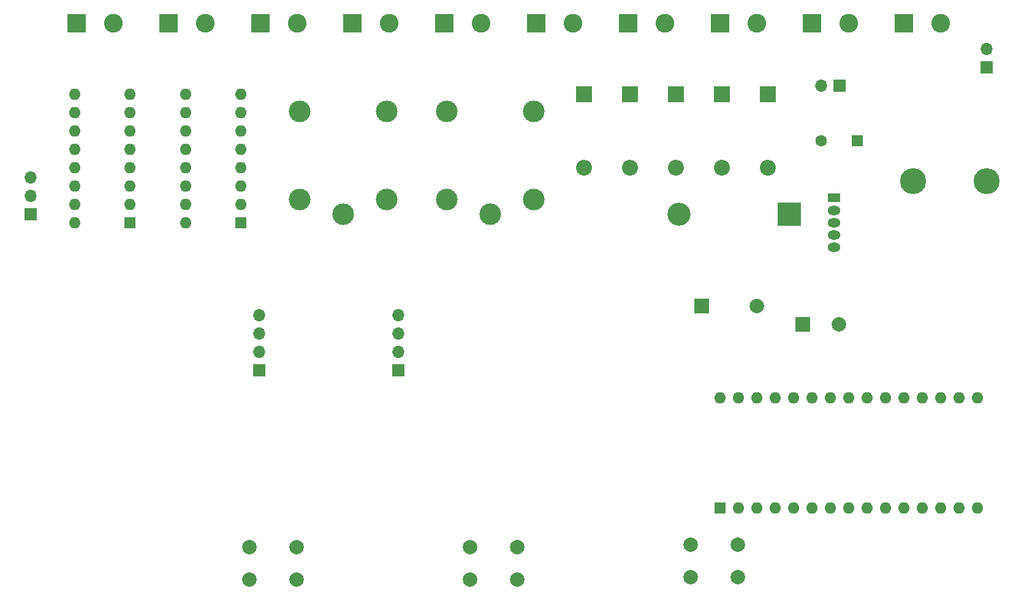
<source format=gts>
G04 #@! TF.GenerationSoftware,KiCad,Pcbnew,7.0.8*
G04 #@! TF.CreationDate,2024-01-06T20:32:25+01:00*
G04 #@! TF.ProjectId,openautolab,6f70656e-6175-4746-9f6c-61622e6b6963,rev?*
G04 #@! TF.SameCoordinates,Original*
G04 #@! TF.FileFunction,Soldermask,Top*
G04 #@! TF.FilePolarity,Negative*
%FSLAX46Y46*%
G04 Gerber Fmt 4.6, Leading zero omitted, Abs format (unit mm)*
G04 Created by KiCad (PCBNEW 7.0.8) date 2024-01-06 20:32:25*
%MOMM*%
%LPD*%
G01*
G04 APERTURE LIST*
%ADD10R,2.600000X2.600000*%
%ADD11C,2.600000*%
%ADD12R,1.700000X1.700000*%
%ADD13O,1.700000X1.700000*%
%ADD14R,1.600000X1.600000*%
%ADD15C,1.600000*%
%ADD16R,1.800000X1.275000*%
%ADD17O,1.800000X1.275000*%
%ADD18R,3.200000X3.200000*%
%ADD19O,3.200000X3.200000*%
%ADD20R,2.200000X2.200000*%
%ADD21O,2.200000X2.200000*%
%ADD22R,2.000000X2.000000*%
%ADD23C,2.000000*%
%ADD24C,3.000000*%
%ADD25O,1.600000X1.600000*%
%ADD26C,3.600000*%
G04 APERTURE END LIST*
D10*
X161285000Y-44760000D03*
D11*
X166365000Y-44760000D03*
D12*
X72250000Y-92715000D03*
D13*
X72250000Y-90175000D03*
X72250000Y-87635000D03*
X72250000Y-85095000D03*
D14*
X154860000Y-60960000D03*
D15*
X149860000Y-60960000D03*
D12*
X172720000Y-50800000D03*
D13*
X172720000Y-48260000D03*
D16*
X151660000Y-68887000D03*
D17*
X151660000Y-70587000D03*
X151660000Y-72287000D03*
X151660000Y-73987000D03*
X151660000Y-75687000D03*
D18*
X145445000Y-71120000D03*
D19*
X130205000Y-71120000D03*
D12*
X152400000Y-53340000D03*
D13*
X149860000Y-53340000D03*
D10*
X59685000Y-44750000D03*
D11*
X64765000Y-44750000D03*
D10*
X85085000Y-44760000D03*
D11*
X90165000Y-44760000D03*
D10*
X46985000Y-44750000D03*
D11*
X52065000Y-44750000D03*
D20*
X142520000Y-54530000D03*
D21*
X142520000Y-64690000D03*
D20*
X123470000Y-54530000D03*
D21*
X123470000Y-64690000D03*
D10*
X97790000Y-44760000D03*
D11*
X102870000Y-44760000D03*
D22*
X147320000Y-86360000D03*
D23*
X152320000Y-86360000D03*
D24*
X83820000Y-71120000D03*
X77820000Y-56920000D03*
X89820000Y-56920000D03*
X89820000Y-69120000D03*
X77820000Y-69120000D03*
D12*
X40640000Y-71120000D03*
D13*
X40640000Y-68580000D03*
X40640000Y-66040000D03*
D22*
X133360000Y-83820000D03*
D23*
X140960000Y-83820000D03*
D20*
X117120000Y-54530000D03*
D21*
X117120000Y-64690000D03*
D14*
X54360000Y-72345000D03*
D25*
X54360000Y-69805000D03*
X54360000Y-67265000D03*
X54360000Y-64725000D03*
X54360000Y-62185000D03*
X54360000Y-59645000D03*
X54360000Y-57105000D03*
X54360000Y-54565000D03*
X46740000Y-54565000D03*
X46740000Y-57105000D03*
X46740000Y-59645000D03*
X46740000Y-62185000D03*
X46740000Y-64725000D03*
X46740000Y-67265000D03*
X46740000Y-69805000D03*
X46740000Y-72345000D03*
D23*
X70870000Y-117165600D03*
X77370000Y-117165600D03*
X70870000Y-121665600D03*
X77370000Y-121665600D03*
D20*
X136170000Y-54530000D03*
D21*
X136170000Y-64690000D03*
D24*
X104140000Y-71120000D03*
X98140000Y-56920000D03*
X110140000Y-56920000D03*
X110140000Y-69120000D03*
X98140000Y-69120000D03*
D10*
X135885000Y-44760000D03*
D11*
X140965000Y-44760000D03*
D26*
X172720000Y-66579700D03*
X162560000Y-66579700D03*
D20*
X129820000Y-54530000D03*
D21*
X129820000Y-64690000D03*
D10*
X110485000Y-44760000D03*
D11*
X115565000Y-44760000D03*
D23*
X131830000Y-116870600D03*
X138330000Y-116870600D03*
X131830000Y-121370600D03*
X138330000Y-121370600D03*
D12*
X91415000Y-92700000D03*
D13*
X91415000Y-90160000D03*
X91415000Y-87620000D03*
X91415000Y-85080000D03*
D14*
X69720000Y-72330000D03*
D25*
X69720000Y-69790000D03*
X69720000Y-67250000D03*
X69720000Y-64710000D03*
X69720000Y-62170000D03*
X69720000Y-59630000D03*
X69720000Y-57090000D03*
X69720000Y-54550000D03*
X62100000Y-54550000D03*
X62100000Y-57090000D03*
X62100000Y-59630000D03*
X62100000Y-62170000D03*
X62100000Y-64710000D03*
X62100000Y-67250000D03*
X62100000Y-69790000D03*
X62100000Y-72330000D03*
D10*
X123190000Y-44760000D03*
D11*
X128270000Y-44760000D03*
D10*
X72385000Y-44760000D03*
D11*
X77465000Y-44760000D03*
D14*
X135890000Y-111750000D03*
D25*
X138430000Y-111750000D03*
X140970000Y-111750000D03*
X143510000Y-111750000D03*
X146050000Y-111750000D03*
X148590000Y-111750000D03*
X151130000Y-111750000D03*
X153670000Y-111750000D03*
X156210000Y-111750000D03*
X158750000Y-111750000D03*
X161290000Y-111750000D03*
X163830000Y-111750000D03*
X166370000Y-111750000D03*
X168910000Y-111750000D03*
X171450000Y-111750000D03*
X171450000Y-96510000D03*
X168910000Y-96510000D03*
X166370000Y-96510000D03*
X163830000Y-96510000D03*
X161290000Y-96510000D03*
X158750000Y-96510000D03*
X156210000Y-96510000D03*
X153670000Y-96510000D03*
X151130000Y-96510000D03*
X148590000Y-96510000D03*
X146050000Y-96510000D03*
X143510000Y-96510000D03*
X140970000Y-96510000D03*
X138430000Y-96510000D03*
X135890000Y-96510000D03*
D23*
X101350000Y-117165600D03*
X107850000Y-117165600D03*
X101350000Y-121665600D03*
X107850000Y-121665600D03*
D10*
X148585000Y-44760000D03*
D11*
X153665000Y-44760000D03*
M02*

</source>
